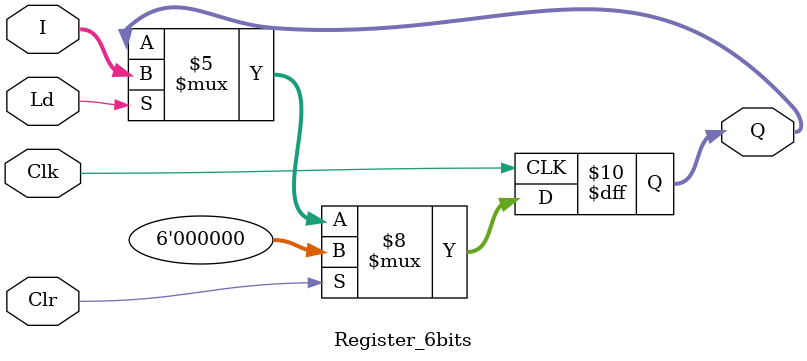
<source format=v>
`timescale 1ns / 1ps


module Register_6bits(Clk, Clr, Ld, I, Q);
        input Clk, Clr, Ld;
    input [5:0] I;
    output reg [5:0] Q;
    
   
    //write your code here
 always@(posedge Clk)
       begin
       if (Clr==1) begin
          Q<=0;
          end
          
        else if(Ld==1)begin
        Q<=I;
         end
         
         else 
         Q<=Q;
      end
endmodule

</source>
